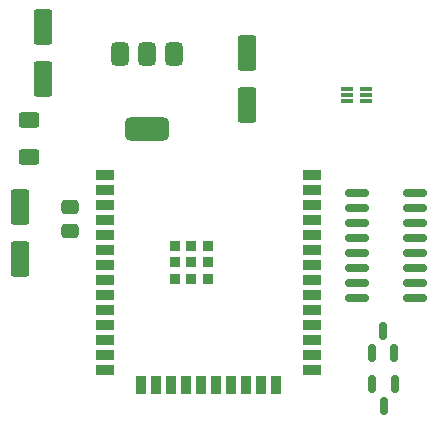
<source format=gbr>
%TF.GenerationSoftware,KiCad,Pcbnew,8.99.0-unknown-e6b739776e~181~ubuntu24.04.1*%
%TF.CreationDate,2024-12-30T21:47:43+01:00*%
%TF.ProjectId,Spinne_Werkstatt,5370696e-6e65-45f5-9765-726b73746174,rev?*%
%TF.SameCoordinates,Original*%
%TF.FileFunction,Paste,Top*%
%TF.FilePolarity,Positive*%
%FSLAX46Y46*%
G04 Gerber Fmt 4.6, Leading zero omitted, Abs format (unit mm)*
G04 Created by KiCad (PCBNEW 8.99.0-unknown-e6b739776e~181~ubuntu24.04.1) date 2024-12-30 21:47:43*
%MOMM*%
%LPD*%
G01*
G04 APERTURE LIST*
G04 Aperture macros list*
%AMRoundRect*
0 Rectangle with rounded corners*
0 $1 Rounding radius*
0 $2 $3 $4 $5 $6 $7 $8 $9 X,Y pos of 4 corners*
0 Add a 4 corners polygon primitive as box body*
4,1,4,$2,$3,$4,$5,$6,$7,$8,$9,$2,$3,0*
0 Add four circle primitives for the rounded corners*
1,1,$1+$1,$2,$3*
1,1,$1+$1,$4,$5*
1,1,$1+$1,$6,$7*
1,1,$1+$1,$8,$9*
0 Add four rect primitives between the rounded corners*
20,1,$1+$1,$2,$3,$4,$5,0*
20,1,$1+$1,$4,$5,$6,$7,0*
20,1,$1+$1,$6,$7,$8,$9,0*
20,1,$1+$1,$8,$9,$2,$3,0*%
G04 Aperture macros list end*
%ADD10RoundRect,0.250000X-0.625000X0.400000X-0.625000X-0.400000X0.625000X-0.400000X0.625000X0.400000X0*%
%ADD11RoundRect,0.250000X0.550000X-1.250000X0.550000X1.250000X-0.550000X1.250000X-0.550000X-1.250000X0*%
%ADD12RoundRect,0.250000X-0.475000X0.337500X-0.475000X-0.337500X0.475000X-0.337500X0.475000X0.337500X0*%
%ADD13RoundRect,0.250000X-0.550000X1.250000X-0.550000X-1.250000X0.550000X-1.250000X0.550000X1.250000X0*%
%ADD14R,0.990000X0.300000*%
%ADD15RoundRect,0.150000X-0.825000X-0.150000X0.825000X-0.150000X0.825000X0.150000X-0.825000X0.150000X0*%
%ADD16RoundRect,0.150000X-0.150000X0.587500X-0.150000X-0.587500X0.150000X-0.587500X0.150000X0.587500X0*%
%ADD17RoundRect,0.375000X-0.375000X0.625000X-0.375000X-0.625000X0.375000X-0.625000X0.375000X0.625000X0*%
%ADD18RoundRect,0.500000X-1.400000X0.500000X-1.400000X-0.500000X1.400000X-0.500000X1.400000X0.500000X0*%
%ADD19RoundRect,0.150000X0.150000X-0.587500X0.150000X0.587500X-0.150000X0.587500X-0.150000X-0.587500X0*%
%ADD20R,1.500000X0.900000*%
%ADD21R,0.900000X1.500000*%
%ADD22R,0.900000X0.900000*%
G04 APERTURE END LIST*
D10*
%TO.C,ESP_EN_R1*%
X124000000Y-49650000D03*
X124000000Y-52750000D03*
%TD*%
D11*
%TO.C,C_3.3V1*%
X125250000Y-46200000D03*
X125250000Y-41800000D03*
%TD*%
D12*
%TO.C,C_ESP2*%
X127500000Y-57000000D03*
X127500000Y-59075000D03*
%TD*%
D13*
%TO.C,C_ESP1*%
X123250000Y-57050000D03*
X123250000Y-61450000D03*
%TD*%
D14*
%TO.C,D1*%
X152555000Y-48055000D03*
X152555000Y-47555000D03*
X152555000Y-47055000D03*
X150945000Y-47055000D03*
X150945000Y-47555000D03*
X150945000Y-48055000D03*
%TD*%
D15*
%TO.C,U2*%
X151775000Y-55805000D03*
X151775000Y-57075000D03*
X151775000Y-58345000D03*
X151775000Y-59615000D03*
X151775000Y-60885000D03*
X151775000Y-62155000D03*
X151775000Y-63425000D03*
X151775000Y-64695000D03*
X156725000Y-64695000D03*
X156725000Y-63425000D03*
X156725000Y-62155000D03*
X156725000Y-60885000D03*
X156725000Y-59615000D03*
X156725000Y-58345000D03*
X156725000Y-57075000D03*
X156725000Y-55805000D03*
%TD*%
D16*
%TO.C,Q2*%
X155000000Y-72000000D03*
X153100000Y-72000000D03*
X154050000Y-73875000D03*
%TD*%
D17*
%TO.C,Spannungsregler1*%
X136300000Y-44100000D03*
X134000000Y-44100000D03*
D18*
X134000000Y-50400000D03*
D17*
X131700000Y-44100000D03*
%TD*%
D19*
%TO.C,Q1*%
X153050000Y-69375000D03*
X154950000Y-69375000D03*
X154000000Y-67500000D03*
%TD*%
D13*
%TO.C,C_5V1*%
X142500000Y-44000000D03*
X142500000Y-48400000D03*
%TD*%
D20*
%TO.C,U1*%
X130500000Y-54340000D03*
X130500000Y-55610000D03*
X130500000Y-56880000D03*
X130500000Y-58150000D03*
X130500000Y-59420000D03*
X130500000Y-60690000D03*
X130500000Y-61960000D03*
X130500000Y-63230000D03*
X130500000Y-64500000D03*
X130500000Y-65770000D03*
X130500000Y-67040000D03*
X130500000Y-68310000D03*
X130500000Y-69580000D03*
X130500000Y-70850000D03*
D21*
X133535000Y-72100000D03*
X134805000Y-72100000D03*
X136075000Y-72100000D03*
X137345000Y-72100000D03*
X138615000Y-72100000D03*
X139885000Y-72100000D03*
X141155000Y-72100000D03*
X142425000Y-72100000D03*
X143695000Y-72100000D03*
X144965000Y-72100000D03*
D20*
X148000000Y-70850000D03*
X148000000Y-69580000D03*
X148000000Y-68310000D03*
X148000000Y-67040000D03*
X148000000Y-65770000D03*
X148000000Y-64500000D03*
X148000000Y-63230000D03*
X148000000Y-61960000D03*
X148000000Y-60690000D03*
X148000000Y-59420000D03*
X148000000Y-58150000D03*
X148000000Y-56880000D03*
X148000000Y-55610000D03*
X148000000Y-54340000D03*
D22*
X136350000Y-60280000D03*
X136350000Y-61680000D03*
X136350000Y-63080000D03*
X137750000Y-60280000D03*
X137750000Y-61680000D03*
X137750000Y-63080000D03*
X139150000Y-60280000D03*
X139150000Y-61680000D03*
X139150000Y-63080000D03*
%TD*%
M02*

</source>
